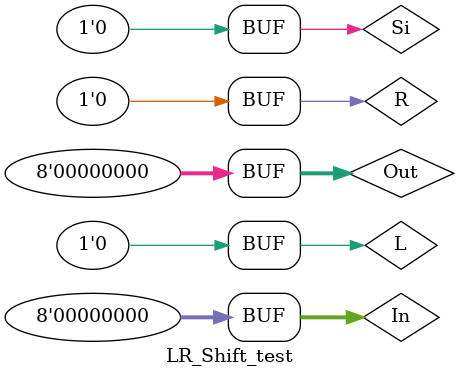
<source format=v>
`timescale 1ns / 1ps


module LR_Shift_test;

	// Inputs
	reg Si;
	reg L;
	reg R;
	reg [7:0] In;

	// Outputs
	wire [7:0] Out;

	// Instantiate the Unit Under Test (UUT)
	LRShift uut (
		.Si(Si), 
		.L(L), 
		.R(R), 
		.In(In), 
		.Out(Out)
	);
	
	initial 
	
	$monitor("Out=%b", uut.Out) ; 

	initial begin
		// Initialize Inputs
		Si = 1'b0;
		L = 1'b0;
		R = 1'b0;
		In = 8'b00000000;
		Out = 8'b00000000;
		// Wait 100 ns for global reset to finish
		#100;
        
		// Add stimulus here

	end
      
endmodule


</source>
